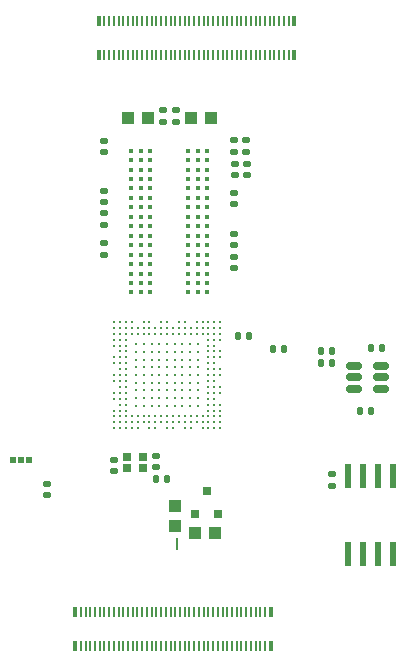
<source format=gbr>
G04 #@! TF.GenerationSoftware,KiCad,Pcbnew,9.0.1*
G04 #@! TF.CreationDate,2025-06-04T13:38:33-07:00*
G04 #@! TF.ProjectId,mp153-devboard,6d703135-332d-4646-9576-626f6172642e,rev?*
G04 #@! TF.SameCoordinates,PXb487a00PY650eff0*
G04 #@! TF.FileFunction,Paste,Top*
G04 #@! TF.FilePolarity,Positive*
%FSLAX46Y46*%
G04 Gerber Fmt 4.6, Leading zero omitted, Abs format (unit mm)*
G04 Created by KiCad (PCBNEW 9.0.1) date 2025-06-04 13:38:33*
%MOMM*%
%LPD*%
G01*
G04 APERTURE LIST*
G04 Aperture macros list*
%AMRoundRect*
0 Rectangle with rounded corners*
0 $1 Rounding radius*
0 $2 $3 $4 $5 $6 $7 $8 $9 X,Y pos of 4 corners*
0 Add a 4 corners polygon primitive as box body*
4,1,4,$2,$3,$4,$5,$6,$7,$8,$9,$2,$3,0*
0 Add four circle primitives for the rounded corners*
1,1,$1+$1,$2,$3*
1,1,$1+$1,$4,$5*
1,1,$1+$1,$6,$7*
1,1,$1+$1,$8,$9*
0 Add four rect primitives between the rounded corners*
20,1,$1+$1,$2,$3,$4,$5,0*
20,1,$1+$1,$4,$5,$6,$7,0*
20,1,$1+$1,$6,$7,$8,$9,0*
20,1,$1+$1,$8,$9,$2,$3,0*%
G04 Aperture macros list end*
%ADD10RoundRect,0.147500X0.172500X-0.147500X0.172500X0.147500X-0.172500X0.147500X-0.172500X-0.147500X0*%
%ADD11RoundRect,0.150000X-0.512500X-0.150000X0.512500X-0.150000X0.512500X0.150000X-0.512500X0.150000X0*%
%ADD12RoundRect,0.147500X0.147500X0.172500X-0.147500X0.172500X-0.147500X-0.172500X0.147500X-0.172500X0*%
%ADD13RoundRect,0.147500X-0.172500X0.147500X-0.172500X-0.147500X0.172500X-0.147500X0.172500X0.147500X0*%
%ADD14R,0.160000X0.500000*%
%ADD15R,0.500000X0.500000*%
%ADD16R,1.000000X1.000000*%
%ADD17C,0.230000*%
%ADD18R,0.800000X0.700000*%
%ADD19RoundRect,0.147500X-0.147500X-0.172500X0.147500X-0.172500X0.147500X0.172500X-0.147500X0.172500X0*%
%ADD20R,0.200000X0.890000*%
%ADD21R,0.350000X0.890000*%
%ADD22R,0.800100X0.800100*%
%ADD23C,0.400000*%
%ADD24R,0.600000X2.000000*%
G04 APERTURE END LIST*
D10*
G04 #@! TO.C,C42*
X14130800Y37555821D03*
X14130800Y38525821D03*
G04 #@! TD*
D11*
G04 #@! TO.C,U3*
X35302500Y25590000D03*
X35302500Y24640000D03*
X35302500Y23690000D03*
X37577500Y23690000D03*
X37577500Y24640000D03*
X37577500Y25590000D03*
G04 #@! TD*
D12*
G04 #@! TO.C,R4*
X33445000Y25890000D03*
X32475000Y25890000D03*
G04 #@! TD*
D13*
G04 #@! TO.C,C98*
X25160800Y44715821D03*
X25160800Y43745821D03*
G04 #@! TD*
D14*
G04 #@! TO.C,NT2*
X20280800Y10807600D03*
X20280800Y10307600D03*
G04 #@! TD*
D15*
G04 #@! TO.C,JP1*
X7740800Y17617600D03*
X7060800Y17617600D03*
X6380800Y17617600D03*
G04 #@! TD*
D10*
G04 #@! TO.C,R67*
X25130800Y35825821D03*
X25130800Y36795821D03*
G04 #@! TD*
D16*
G04 #@! TO.C,C81*
X23170800Y46610821D03*
X21470800Y46610821D03*
G04 #@! TD*
D13*
G04 #@! TO.C,C13*
X14930800Y17662600D03*
X14930800Y16692600D03*
G04 #@! TD*
D10*
G04 #@! TO.C,C64*
X26174260Y43740741D03*
X26174260Y44710741D03*
G04 #@! TD*
D13*
G04 #@! TO.C,C55*
X26190800Y42715821D03*
X26190800Y41745821D03*
G04 #@! TD*
D17*
G04 #@! TO.C,U2*
X16860800Y22237600D03*
X16860800Y22887600D03*
X16860800Y23537600D03*
X16860800Y24187600D03*
X16860800Y24837600D03*
X16860800Y25487600D03*
X16860800Y26137600D03*
X16860800Y26787600D03*
X16860800Y27437600D03*
X17510800Y22237600D03*
X17510800Y22887600D03*
X17510800Y23537600D03*
X17510800Y24187600D03*
X17510800Y24837600D03*
X17510800Y25487600D03*
X17510800Y26137600D03*
X17510800Y26787600D03*
X17510800Y27437600D03*
X18160800Y22237600D03*
X18160800Y22887600D03*
X18160800Y23537600D03*
X18160800Y24187600D03*
X18160800Y24837600D03*
X18160800Y25487600D03*
X18160800Y26137600D03*
X18160800Y26787600D03*
X18160800Y27437600D03*
X18810800Y22237600D03*
X18810800Y22887600D03*
X18810800Y23537600D03*
X18810800Y24187600D03*
X18810800Y24837600D03*
X18810800Y25487600D03*
X18810800Y26137600D03*
X18810800Y26787600D03*
X18810800Y27437600D03*
X19460800Y22237600D03*
X19460800Y22887600D03*
X19460800Y23537600D03*
X19460800Y24187600D03*
X19460800Y24837600D03*
X19460800Y25487600D03*
X19460800Y26137600D03*
X19460800Y26787600D03*
X19460800Y27437600D03*
X20110800Y22237600D03*
X20110800Y22887600D03*
X20110800Y23537600D03*
X20110800Y24187600D03*
X20110800Y24837600D03*
X20110800Y25487600D03*
X20110800Y26137600D03*
X20110800Y26787600D03*
X20110800Y27437600D03*
X20760800Y22237600D03*
X20760800Y22887600D03*
X20760800Y23537600D03*
X20760800Y24187600D03*
X20760800Y24837600D03*
X20760800Y25487600D03*
X20760800Y26137600D03*
X20760800Y26787600D03*
X20760800Y27437600D03*
X21410800Y22237600D03*
X21410800Y22887600D03*
X21410800Y23537600D03*
X21410800Y24187600D03*
X21410800Y24837600D03*
X21410800Y25487600D03*
X21410800Y26137600D03*
X21410800Y26787600D03*
X21410800Y27437600D03*
X22060800Y22237600D03*
X22060800Y22887600D03*
X22060800Y23537600D03*
X22060800Y24187600D03*
X22060800Y24837600D03*
X22060800Y25487600D03*
X22060800Y26137600D03*
X22060800Y26787600D03*
X22060800Y27437600D03*
X14960800Y20337600D03*
X14960800Y20837600D03*
X14960800Y21337600D03*
X14960800Y21837600D03*
X14960800Y22837600D03*
X14960800Y23337600D03*
X14960800Y24337600D03*
X14960800Y24837600D03*
X14960800Y25837600D03*
X14960800Y26337600D03*
X14960800Y27337600D03*
X14960800Y27837600D03*
X14960800Y28337600D03*
X14960800Y28837600D03*
X14960800Y29337600D03*
X15460800Y20337600D03*
X15460800Y20837600D03*
X15460800Y21337600D03*
X15460800Y21837600D03*
X15460800Y22337600D03*
X15460800Y22837600D03*
X15460800Y23337600D03*
X15460800Y23837600D03*
X15460800Y24337600D03*
X15460800Y24837600D03*
X15460800Y25337600D03*
X15460800Y25837600D03*
X15460800Y26337600D03*
X15460800Y26837600D03*
X15460800Y27337600D03*
X15460800Y27837600D03*
X15460800Y28337600D03*
X15460800Y28837600D03*
X15460800Y29337600D03*
X15960800Y20337600D03*
X15960800Y20837600D03*
X15960800Y21337600D03*
X15960800Y21837600D03*
X15960800Y22337600D03*
X15960800Y22837600D03*
X15960800Y23337600D03*
X15960800Y23837600D03*
X15960800Y24337600D03*
X15960800Y24837600D03*
X15960800Y25337600D03*
X15960800Y25837600D03*
X15960800Y26337600D03*
X15960800Y26837600D03*
X15960800Y27337600D03*
X15960800Y27837600D03*
X15960800Y28337600D03*
X15960800Y28837600D03*
X15960800Y29337600D03*
X16460800Y20337600D03*
X16460800Y20837600D03*
X16460800Y21337600D03*
X16460800Y28337600D03*
X16460800Y28837600D03*
X16460800Y29337600D03*
X16960800Y20337600D03*
X16960800Y20837600D03*
X16960800Y21337600D03*
X16960800Y28337600D03*
X16960800Y28837600D03*
X17460800Y20837600D03*
X17460800Y21337600D03*
X17460800Y28337600D03*
X17460800Y28837600D03*
X17460800Y29337600D03*
X17960800Y20337600D03*
X17960800Y20837600D03*
X17960800Y21337600D03*
X17960800Y28337600D03*
X17960800Y28837600D03*
X17960800Y29337600D03*
X18460800Y20337600D03*
X18460800Y20837600D03*
X18460800Y21337600D03*
X18460800Y28337600D03*
X18460800Y28837600D03*
X18960800Y20837600D03*
X18960800Y21337600D03*
X18960800Y28337600D03*
X18960800Y28837600D03*
X18960800Y29337600D03*
X19460800Y20337600D03*
X19460800Y20837600D03*
X19460800Y21337600D03*
X19460800Y28337600D03*
X19460800Y28837600D03*
X19460800Y29337600D03*
X19960800Y20337600D03*
X19960800Y20837600D03*
X19960800Y21337600D03*
X19960800Y28337600D03*
X19960800Y28837600D03*
X20460800Y20837600D03*
X20460800Y21337600D03*
X20460800Y28337600D03*
X20460800Y28837600D03*
X20460800Y29337600D03*
X20960800Y20337600D03*
X20960800Y20837600D03*
X20960800Y21337600D03*
X20960800Y28337600D03*
X20960800Y28837600D03*
X20960800Y29337600D03*
X21460800Y20337600D03*
X21460800Y20837600D03*
X21460800Y21337600D03*
X21460800Y28337600D03*
X21460800Y28837600D03*
X21960800Y20837600D03*
X21960800Y21337600D03*
X21960800Y28337600D03*
X21960800Y28837600D03*
X21960800Y29337600D03*
X22460800Y20337600D03*
X22460800Y20837600D03*
X22460800Y21337600D03*
X22460800Y28337600D03*
X22460800Y28837600D03*
X22460800Y29337600D03*
X22960800Y20337600D03*
X22960800Y20837600D03*
X22960800Y21337600D03*
X22960800Y21837600D03*
X22960800Y22337600D03*
X22960800Y22837600D03*
X22960800Y23337600D03*
X22960800Y23837600D03*
X22960800Y24337600D03*
X22960800Y24837600D03*
X22960800Y25337600D03*
X22960800Y25837600D03*
X22960800Y26337600D03*
X22960800Y26837600D03*
X22960800Y27337600D03*
X22960800Y27837600D03*
X22960800Y28337600D03*
X22960800Y28837600D03*
X22960800Y29337600D03*
X23460800Y20337600D03*
X23460800Y20837600D03*
X23460800Y21337600D03*
X23460800Y21837600D03*
X23460800Y22337600D03*
X23460800Y22837600D03*
X23460800Y23337600D03*
X23460800Y23837600D03*
X23460800Y24337600D03*
X23460800Y24837600D03*
X23460800Y25337600D03*
X23460800Y25837600D03*
X23460800Y26337600D03*
X23460800Y26837600D03*
X23460800Y27337600D03*
X23460800Y27837600D03*
X23460800Y28337600D03*
X23460800Y28837600D03*
X23460800Y29337600D03*
X23960800Y20337600D03*
X23960800Y20837600D03*
X23960800Y21337600D03*
X23960800Y21837600D03*
X23960800Y22337600D03*
X23960800Y23337600D03*
X23960800Y23837600D03*
X23960800Y24837600D03*
X23960800Y25337600D03*
X23960800Y26337600D03*
X23960800Y26837600D03*
X23960800Y27837600D03*
X23960800Y28337600D03*
X23960800Y28837600D03*
X23960800Y29337600D03*
G04 #@! TD*
D16*
G04 #@! TO.C,C83*
X17810800Y46620821D03*
X16110800Y46620821D03*
G04 #@! TD*
D18*
G04 #@! TO.C,X1*
X17395807Y17940808D03*
X16095803Y17940808D03*
X16095803Y16940808D03*
X17395807Y16940808D03*
G04 #@! TD*
D19*
G04 #@! TO.C,C24*
X18495800Y16047600D03*
X19465800Y16047600D03*
G04 #@! TD*
D12*
G04 #@! TO.C,R3*
X29375800Y27027600D03*
X28405800Y27027600D03*
G04 #@! TD*
D20*
G04 #@! TO.C,J4*
X12151700Y1912600D03*
X12151700Y4802600D03*
X12551700Y1912600D03*
X12551700Y4802600D03*
X12951700Y1912600D03*
X12951700Y4802600D03*
X13351700Y1912600D03*
X13351700Y4802600D03*
X13751700Y1912600D03*
X13751700Y4802600D03*
X14151700Y1912600D03*
X14151700Y4802600D03*
X14551700Y1912600D03*
X14551700Y4802600D03*
X14951700Y1912600D03*
X14951700Y4802600D03*
X15351700Y1912600D03*
X15351700Y4802600D03*
X15751700Y1912600D03*
X15751700Y4802600D03*
X16151700Y1912600D03*
X16151700Y4802600D03*
X16551700Y1912600D03*
X16551700Y4802600D03*
X16951700Y1912600D03*
X16951700Y4802600D03*
X17351700Y1912600D03*
X17351700Y4802600D03*
X17751700Y1912600D03*
X17751700Y4802600D03*
X18151700Y1912600D03*
X18151700Y4802600D03*
X18551700Y1912600D03*
X18551700Y4802600D03*
X18951700Y1912600D03*
X18951700Y4802600D03*
X19351700Y1912600D03*
X19351700Y4802600D03*
X19751700Y1912600D03*
X19751700Y4802600D03*
X20151700Y1912600D03*
X20151700Y4802600D03*
X20551700Y1912600D03*
X20551700Y4802600D03*
X20951700Y1912600D03*
X20951700Y4802600D03*
X21351700Y1912600D03*
X21351700Y4802600D03*
X21751700Y1912600D03*
X21751700Y4802600D03*
X22151700Y1912600D03*
X22151700Y4802600D03*
X22551700Y1912600D03*
X22551700Y4802600D03*
X22951700Y1912600D03*
X22951700Y4802600D03*
X23351700Y1912600D03*
X23351700Y4802600D03*
X23751700Y1912600D03*
X23751700Y4802600D03*
X24151700Y1912600D03*
X24151700Y4802600D03*
X24551700Y1912600D03*
X24551700Y4802600D03*
X24951700Y1912600D03*
X24951700Y4802600D03*
X25351700Y1912600D03*
X25351700Y4802600D03*
X25751700Y1912600D03*
X25751700Y4802600D03*
X26151700Y1912600D03*
X26151700Y4802600D03*
X26551700Y1912600D03*
X26551700Y4802600D03*
X26951700Y1912600D03*
X26951700Y4802600D03*
X27351700Y1912600D03*
X27351700Y4802600D03*
X27751700Y1912600D03*
X27751700Y4802600D03*
D21*
X11676700Y1912600D03*
X28226700Y1912600D03*
X11676700Y4802600D03*
X28226700Y4802600D03*
G04 #@! TD*
D13*
G04 #@! TO.C,C102*
X25150800Y40265821D03*
X25150800Y39295821D03*
G04 #@! TD*
D10*
G04 #@! TO.C,C94*
X19140800Y46285821D03*
X19140800Y47255821D03*
G04 #@! TD*
D19*
G04 #@! TO.C,R5*
X32465000Y26900000D03*
X33435000Y26900000D03*
G04 #@! TD*
D10*
G04 #@! TO.C,C14*
X18534260Y17025741D03*
X18534260Y17995741D03*
G04 #@! TD*
D22*
G04 #@! TO.C,U13*
X21850800Y13057600D03*
X23750800Y13057600D03*
X22800800Y15056580D03*
G04 #@! TD*
D13*
G04 #@! TO.C,C12*
X33380000Y16445000D03*
X33380000Y15475000D03*
G04 #@! TD*
D23*
G04 #@! TO.C,U14*
X16440398Y43836600D03*
X17240400Y43836600D03*
X18040400Y43836600D03*
X21240400Y43836600D03*
X22040400Y43836600D03*
X22840400Y43836600D03*
X16440398Y43036600D03*
X17240400Y43036600D03*
X18040400Y43036600D03*
X21240400Y43036600D03*
X22040400Y43036600D03*
X22840400Y43036600D03*
X16440398Y42236600D03*
X17240400Y42236600D03*
X18040400Y42236600D03*
X21240400Y42236600D03*
X22040400Y42236600D03*
X22840400Y42236600D03*
X16440398Y41436600D03*
X17240400Y41436600D03*
X18040400Y41436600D03*
X21240400Y41436600D03*
X22040400Y41436600D03*
X22840400Y41436600D03*
X16440398Y40636600D03*
X17240400Y40636600D03*
X18040400Y40636600D03*
X21240400Y40636600D03*
X22040400Y40636600D03*
X22840400Y40636600D03*
X16440398Y39836600D03*
X17240400Y39836600D03*
X18040400Y39836600D03*
X21240400Y39836600D03*
X22040400Y39836600D03*
X22840400Y39836600D03*
X16440398Y39036600D03*
X17240400Y39036600D03*
X18040400Y39036600D03*
X21240400Y39036600D03*
X22040400Y39036600D03*
X22840400Y39036600D03*
X16440398Y38236600D03*
X17240400Y38236600D03*
X18040400Y38236600D03*
X21240400Y38236600D03*
X22040400Y38236600D03*
X22840400Y38236600D03*
X16440398Y37436600D03*
X17240400Y37436600D03*
X18040400Y37436600D03*
X21240400Y37436600D03*
X22040400Y37436600D03*
X22840400Y37436600D03*
X16440398Y36636600D03*
X17240400Y36636600D03*
X18040400Y36636600D03*
X21240400Y36636600D03*
X22040400Y36636600D03*
X22840400Y36636600D03*
X16440398Y35836600D03*
X17240400Y35836600D03*
X18040400Y35836600D03*
X21240400Y35836600D03*
X22040400Y35836600D03*
X22840400Y35836600D03*
X16440398Y35036600D03*
X17240400Y35036600D03*
X18040400Y35036600D03*
X21240400Y35036600D03*
X22040400Y35036600D03*
X22840400Y35036600D03*
X16440398Y34236600D03*
X17240400Y34236600D03*
X18040400Y34236600D03*
X21240400Y34236600D03*
X22040400Y34236600D03*
X22840400Y34236600D03*
X16440398Y33436600D03*
X17240400Y33436600D03*
X18040400Y33436600D03*
X21240400Y33436600D03*
X22040400Y33436600D03*
X22840400Y33436600D03*
X16440398Y32636600D03*
X17240400Y32636600D03*
X18040400Y32636600D03*
X21240400Y32636600D03*
X22040400Y32636600D03*
X22840400Y32636600D03*
X16440398Y31836600D03*
X17240400Y31836600D03*
X18040400Y31836600D03*
X21240400Y31836600D03*
X22040400Y31836600D03*
X22840400Y31836600D03*
G04 #@! TD*
D12*
G04 #@! TO.C,C40*
X26395800Y28154821D03*
X25425800Y28154821D03*
G04 #@! TD*
D13*
G04 #@! TO.C,C82*
X14130800Y40445821D03*
X14130800Y39475821D03*
G04 #@! TD*
D10*
G04 #@! TO.C,C99*
X25172060Y41736141D03*
X25172060Y42706141D03*
G04 #@! TD*
G04 #@! TO.C,C21*
X9270000Y14680000D03*
X9270000Y15650000D03*
G04 #@! TD*
D13*
G04 #@! TO.C,C87*
X20200800Y47255821D03*
X20200800Y46285821D03*
G04 #@! TD*
D19*
G04 #@! TO.C,R11*
X35785000Y21780000D03*
X36755000Y21780000D03*
G04 #@! TD*
D10*
G04 #@! TO.C,C92*
X14130800Y43695821D03*
X14130800Y44665821D03*
G04 #@! TD*
D16*
G04 #@! TO.C,C44*
X23508800Y11496600D03*
X21808800Y11496600D03*
G04 #@! TD*
D19*
G04 #@! TO.C,R10*
X36725000Y27160000D03*
X37695000Y27160000D03*
G04 #@! TD*
D10*
G04 #@! TO.C,C106*
X14140800Y35025821D03*
X14140800Y35995821D03*
G04 #@! TD*
D16*
G04 #@! TO.C,C41*
X20130800Y13747600D03*
X20130800Y12047600D03*
G04 #@! TD*
D10*
G04 #@! TO.C,R59*
X25150800Y33895821D03*
X25150800Y34865821D03*
G04 #@! TD*
D24*
G04 #@! TO.C,U5*
X34785000Y9648000D03*
X36055000Y9648000D03*
X37325000Y9648000D03*
X38595000Y9648000D03*
X38595000Y16252000D03*
X37325000Y16252000D03*
X36055000Y16252000D03*
X34785000Y16252000D03*
G04 #@! TD*
D20*
G04 #@! TO.C,J6*
X14151700Y51912600D03*
X14151700Y54802600D03*
X14551700Y51912600D03*
X14551700Y54802600D03*
X14951700Y51912600D03*
X14951700Y54802600D03*
X15351700Y51912600D03*
X15351700Y54802600D03*
X15751700Y51912600D03*
X15751700Y54802600D03*
X16151700Y51912600D03*
X16151700Y54802600D03*
X16551700Y51912600D03*
X16551700Y54802600D03*
X16951700Y51912600D03*
X16951700Y54802600D03*
X17351700Y51912600D03*
X17351700Y54802600D03*
X17751700Y51912600D03*
X17751700Y54802600D03*
X18151700Y51912600D03*
X18151700Y54802600D03*
X18551700Y51912600D03*
X18551700Y54802600D03*
X18951700Y51912600D03*
X18951700Y54802600D03*
X19351700Y51912600D03*
X19351700Y54802600D03*
X19751700Y51912600D03*
X19751700Y54802600D03*
X20151700Y51912600D03*
X20151700Y54802600D03*
X20551700Y51912600D03*
X20551700Y54802600D03*
X20951700Y51912600D03*
X20951700Y54802600D03*
X21351700Y51912600D03*
X21351700Y54802600D03*
X21751700Y51912600D03*
X21751700Y54802600D03*
X22151700Y51912600D03*
X22151700Y54802600D03*
X22551700Y51912600D03*
X22551700Y54802600D03*
X22951700Y51912600D03*
X22951700Y54802600D03*
X23351700Y51912600D03*
X23351700Y54802600D03*
X23751700Y51912600D03*
X23751700Y54802600D03*
X24151700Y51912600D03*
X24151700Y54802600D03*
X24551700Y51912600D03*
X24551700Y54802600D03*
X24951700Y51912600D03*
X24951700Y54802600D03*
X25351700Y51912600D03*
X25351700Y54802600D03*
X25751700Y51912600D03*
X25751700Y54802600D03*
X26151700Y51912600D03*
X26151700Y54802600D03*
X26551700Y51912600D03*
X26551700Y54802600D03*
X26951700Y51912600D03*
X26951700Y54802600D03*
X27351700Y51912600D03*
X27351700Y54802600D03*
X27751700Y51912600D03*
X27751700Y54802600D03*
X28151700Y51912600D03*
X28151700Y54802600D03*
X28551700Y51912600D03*
X28551700Y54802600D03*
X28951700Y51912600D03*
X28951700Y54802600D03*
X29351700Y51912600D03*
X29351700Y54802600D03*
X29751700Y51912600D03*
X29751700Y54802600D03*
D21*
X13676700Y51912600D03*
X30226700Y51912600D03*
X13676700Y54802600D03*
X30226700Y54802600D03*
G04 #@! TD*
M02*

</source>
